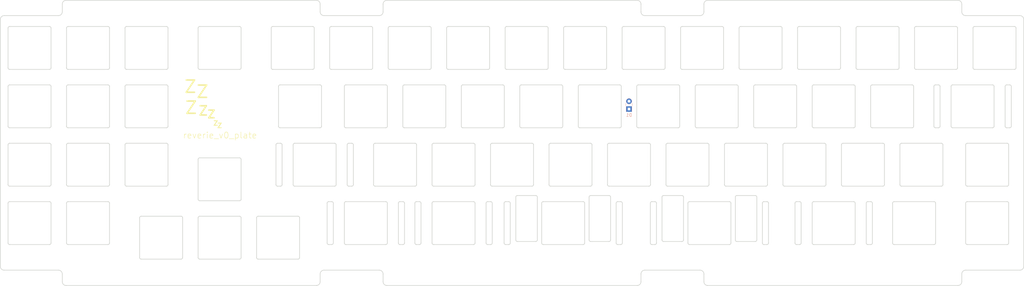
<source format=kicad_pcb>
(kicad_pcb (version 20171130) (host pcbnew "(5.1.4-0-10_14)")

  (general
    (thickness 1.6)
    (drawings 688)
    (tracks 0)
    (zones 0)
    (modules 1)
    (nets 3)
  )

  (page A4)
  (layers
    (0 F.Cu signal)
    (31 B.Cu signal)
    (32 B.Adhes user)
    (33 F.Adhes user)
    (34 B.Paste user)
    (35 F.Paste user)
    (36 B.SilkS user)
    (37 F.SilkS user)
    (38 B.Mask user)
    (39 F.Mask user)
    (40 Dwgs.User user)
    (41 Cmts.User user)
    (42 Eco1.User user)
    (43 Eco2.User user)
    (44 Edge.Cuts user)
    (45 Margin user)
    (46 B.CrtYd user)
    (47 F.CrtYd user)
    (48 B.Fab user)
    (49 F.Fab user)
  )

  (setup
    (last_trace_width 0.25)
    (trace_clearance 0.2)
    (zone_clearance 0.508)
    (zone_45_only no)
    (trace_min 0.2)
    (via_size 0.8)
    (via_drill 0.4)
    (via_min_size 0.4)
    (via_min_drill 0.3)
    (uvia_size 0.3)
    (uvia_drill 0.1)
    (uvias_allowed no)
    (uvia_min_size 0.2)
    (uvia_min_drill 0.1)
    (edge_width 0.05)
    (segment_width 0.2)
    (pcb_text_width 0.3)
    (pcb_text_size 1.5 1.5)
    (mod_edge_width 0.12)
    (mod_text_size 1 1)
    (mod_text_width 0.15)
    (pad_size 1.524 1.524)
    (pad_drill 0.762)
    (pad_to_mask_clearance 0.051)
    (solder_mask_min_width 0.25)
    (aux_axis_origin 0 0)
    (visible_elements FFFFFF7F)
    (pcbplotparams
      (layerselection 0x010fc_ffffffff)
      (usegerberextensions false)
      (usegerberattributes false)
      (usegerberadvancedattributes false)
      (creategerberjobfile false)
      (excludeedgelayer true)
      (linewidth 0.100000)
      (plotframeref false)
      (viasonmask false)
      (mode 1)
      (useauxorigin false)
      (hpglpennumber 1)
      (hpglpenspeed 20)
      (hpglpendiameter 15.000000)
      (psnegative false)
      (psa4output false)
      (plotreference true)
      (plotvalue true)
      (plotinvisibletext false)
      (padsonsilk false)
      (subtractmaskfromsilk false)
      (outputformat 1)
      (mirror false)
      (drillshape 0)
      (scaleselection 1)
      (outputdirectory "gerber/"))
  )

  (net 0 "")
  (net 1 "Net-(D1-Pad2)")
  (net 2 "Net-(D1-Pad1)")

  (net_class Default "This is the default net class."
    (clearance 0.2)
    (trace_width 0.25)
    (via_dia 0.8)
    (via_drill 0.4)
    (uvia_dia 0.3)
    (uvia_drill 0.1)
    (add_net "Net-(D1-Pad1)")
    (add_net "Net-(D1-Pad2)")
  )

  (module LED_THT:LED_Rectangular_W3.0mm_H2.0mm (layer B.Cu) (tedit 587A3A7B) (tstamp 5EED3929)
    (at 187.325 69.7865 90)
    (descr "LED_Rectangular, Rectangular,  Rectangular size 3.0x2.0mm^2, 2 pins, http://www.kingbright.com/attachments/file/psearch/000/00/00/L-169XCGDK(Ver.9B).pdf")
    (tags "LED_Rectangular Rectangular  Rectangular size 3.0x2.0mm^2 2 pins")
    (path /5EECDEA9)
    (fp_text reference D1 (at -1.9685 0 180) (layer B.SilkS)
      (effects (font (size 1 1) (thickness 0.15)) (justify mirror))
    )
    (fp_text value LED (at 4.445 0.0635 180) (layer B.Fab)
      (effects (font (size 1 1) (thickness 0.15)) (justify mirror))
    )
    (fp_line (start 3.7 1.35) (end -1.15 1.35) (layer B.CrtYd) (width 0.05))
    (fp_line (start 3.7 -1.35) (end 3.7 1.35) (layer B.CrtYd) (width 0.05))
    (fp_line (start -1.15 -1.35) (end 3.7 -1.35) (layer B.CrtYd) (width 0.05))
    (fp_line (start -1.15 1.35) (end -1.15 -1.35) (layer B.CrtYd) (width 0.05))
    (fp_line (start 1.08 -1.06) (end 1.811 -1.06) (layer B.SilkS) (width 0.12))
    (fp_line (start 1.08 1.06) (end 1.811 1.06) (layer B.SilkS) (width 0.12))
    (fp_line (start 2.77 1) (end -0.23 1) (layer B.Fab) (width 0.1))
    (fp_line (start 2.77 -1) (end 2.77 1) (layer B.Fab) (width 0.1))
    (fp_line (start -0.23 -1) (end 2.77 -1) (layer B.Fab) (width 0.1))
    (fp_line (start -0.23 1) (end -0.23 -1) (layer B.Fab) (width 0.1))
    (pad 2 thru_hole circle (at 2.54 0 90) (size 1.8 1.8) (drill 0.9) (layers *.Cu *.Mask)
      (net 1 "Net-(D1-Pad2)"))
    (pad 1 thru_hole rect (at 0 0 90) (size 1.8 1.8) (drill 0.9) (layers *.Cu *.Mask)
      (net 2 "Net-(D1-Pad1)"))
    (model ${KISYS3DMOD}/LED_THT.3dshapes/LED_Rectangular_W3.0mm_H2.0mm.wrl
      (at (xyz 0 0 0))
      (scale (xyz 1 1 1))
      (rotate (xyz 0 0 0))
    )
  )

  (gr_text Z (at 53.975 75.184) (layer F.SilkS) (tstamp 5EEAB9AB)
    (effects (font (size 1.5 1.5) (thickness 0.3)))
  )
  (gr_text Z (at 51.308 71.501) (layer F.SilkS) (tstamp 5EEAB954)
    (effects (font (size 2.5 2.5) (thickness 0.5)))
  )
  (gr_text Z (at 48.641 70.358) (layer F.SilkS) (tstamp 5EEAB91B)
    (effects (font (size 3 3) (thickness 0.5)))
  )
  (gr_text Z (at 44.704 69.342) (layer F.SilkS) (tstamp 5EEAB90A)
    (effects (font (size 4 4) (thickness 0.5)))
  )
  (gr_text Z (at 48.387 64.135) (layer F.SilkS) (tstamp 5EEAB8F9)
    (effects (font (size 4 4) (thickness 0.5)))
  )
  (gr_text Z (at 44.45 62.484) (layer F.SilkS)
    (effects (font (size 4 4) (thickness 0.5)))
  )
  (gr_text Z (at 52.705 74.422) (layer F.SilkS)
    (effects (font (size 1.5 1.5) (thickness 0.3)))
  )
  (gr_text reverie_v0_plate (at 54.102 78.359) (layer F.SilkS)
    (effects (font (size 2 2) (thickness 0.15)))
  )
  (gr_arc (start 73.66475 75.399795) (end 73.16475 75.399796) (angle -90) (layer Edge.Cuts) (width 0.2))
  (gr_line (start 86.66475 75.899796) (end 73.66475 75.899796) (layer Edge.Cuts) (width 0.2))
  (gr_arc (start 86.66475 75.399795) (end 86.66475 75.899796) (angle -90) (layer Edge.Cuts) (width 0.2))
  (gr_line (start 87.16475 62.399796) (end 87.16475 75.399796) (layer Edge.Cuts) (width 0.2))
  (gr_arc (start 86.66475 62.399796) (end 87.16475 62.399796) (angle -90) (layer Edge.Cuts) (width 0.2))
  (gr_line (start 73.66475 61.899796) (end 86.66475 61.899796) (layer Edge.Cuts) (width 0.2))
  (gr_arc (start 73.66475 62.399795) (end 73.66475 61.899796) (angle -90) (layer Edge.Cuts) (width 0.2))
  (gr_line (start 104.121 94.449796) (end 104.121 81.449796) (layer Edge.Cuts) (width 0.2))
  (gr_arc (start 104.621 94.449795) (end 104.121 94.449796) (angle -90) (layer Edge.Cuts) (width 0.2))
  (gr_line (start 117.621 94.949796) (end 104.621 94.949796) (layer Edge.Cuts) (width 0.2))
  (gr_arc (start 117.621 94.449796) (end 117.621 94.949796) (angle -90) (layer Edge.Cuts) (width 0.2))
  (gr_line (start 118.121 81.449796) (end 118.121 94.449796) (layer Edge.Cuts) (width 0.2))
  (gr_arc (start 117.621 81.449796) (end 118.121 81.449796) (angle -90) (layer Edge.Cuts) (width 0.2))
  (gr_line (start 104.621 80.949796) (end 117.621 80.949796) (layer Edge.Cuts) (width 0.2))
  (gr_arc (start 104.621 81.449796) (end 104.621 80.949796) (angle -90) (layer Edge.Cuts) (width 0.2))
  (gr_line (start -17.466498 121.111) (end -17.466498 40.552958) (layer Edge.Cuts) (width 0.2))
  (gr_arc (start -16.216498 121.111) (end -17.466498 121.111) (angle -90) (layer Edge.Cuts) (width 0.2))
  (gr_line (start 1.471 122.361) (end -16.216498 122.361) (layer Edge.Cuts) (width 0.2))
  (gr_arc (start 1.471 123.611) (end 2.721 123.611) (angle -90) (layer Edge.Cuts) (width 0.2))
  (gr_line (start 2.721 126.111) (end 2.721 123.611) (layer Edge.Cuts) (width 0.2))
  (gr_line (start 87.971 39.302958) (end 105.971 39.302958) (layer Edge.Cuts) (width 0.2))
  (gr_arc (start 87.971 38.052958) (end 86.721 38.052958) (angle -90) (layer Edge.Cuts) (width 0.2))
  (gr_arc (start 210.471 38.052958) (end 210.471 39.302958) (angle -90) (layer Edge.Cuts) (width 0.2))
  (gr_line (start 211.721 38.052958) (end 211.721001 35.552958) (layer Edge.Cuts) (width 0.2))
  (gr_arc (start -14.441498 113.499796) (end -14.941499 113.499796) (angle -90) (layer Edge.Cuts) (width 0.2))
  (gr_line (start -1.4415 113.999796) (end -14.441498 113.999796) (layer Edge.Cuts) (width 0.2))
  (gr_arc (start -1.4415 113.499796) (end -1.4415 113.999796) (angle -90) (layer Edge.Cuts) (width 0.2))
  (gr_line (start -0.9415 100.499796) (end -0.9415 113.499796) (layer Edge.Cuts) (width 0.2))
  (gr_arc (start -1.4415 100.499796) (end -0.9415 100.499796) (angle -90) (layer Edge.Cuts) (width 0.2))
  (gr_line (start 73.16475 75.399796) (end 73.16475 62.399796) (layer Edge.Cuts) (width 0.2))
  (gr_line (start 192.471 39.302958) (end 210.471 39.302958) (layer Edge.Cuts) (width 0.2))
  (gr_line (start -14.441498 99.999796) (end -1.4415 99.999796) (layer Edge.Cuts) (width 0.2))
  (gr_arc (start -14.441498 100.499796) (end -14.441498 99.999796) (angle -90) (layer Edge.Cuts) (width 0.2))
  (gr_line (start -14.941499 113.499796) (end -14.941498 100.499796) (layer Edge.Cuts) (width 0.2))
  (gr_arc (start 241.446 62.399796) (end 241.946 62.399796) (angle -90) (layer Edge.Cuts) (width 0.2))
  (gr_line (start 228.446 61.899796) (end 241.446 61.899796) (layer Edge.Cuts) (width 0.2))
  (gr_arc (start 228.446 62.399796) (end 228.446 61.899796) (angle -90) (layer Edge.Cuts) (width 0.2))
  (gr_line (start 294.471001 127.361) (end 212.971001 127.361) (layer Edge.Cuts) (width 0.2))
  (gr_arc (start 294.471001 126.111) (end 294.471001 127.361) (angle -90) (layer Edge.Cuts) (width 0.2))
  (gr_line (start 314.6585 122.361) (end 296.971001 122.361) (layer Edge.Cuts) (width 0.2))
  (gr_line (start 107.221 126.111) (end 107.221 123.611) (layer Edge.Cuts) (width 0.2))
  (gr_arc (start 108.471 126.111) (end 107.221 126.111) (angle -90) (layer Edge.Cuts) (width 0.2))
  (gr_line (start 3.971 34.302958) (end 85.471 34.302958) (layer Edge.Cuts) (width 0.2))
  (gr_arc (start 192.471 38.052958) (end 191.221 38.052958) (angle -90) (layer Edge.Cuts) (width 0.2))
  (gr_line (start 296.971001 39.302958) (end 314.6585 39.302958) (layer Edge.Cuts) (width 0.2))
  (gr_arc (start 296.971001 38.052958) (end 295.721001 38.052958) (angle -90) (layer Edge.Cuts) (width 0.2))
  (gr_arc (start 212.971001 35.552958) (end 212.971 34.302958) (angle -90) (layer Edge.Cuts) (width 0.2))
  (gr_line (start 86.721 35.552958) (end 86.721 38.052958) (layer Edge.Cuts) (width 0.2))
  (gr_line (start 2.721 38.052958) (end 2.721 35.552958) (layer Edge.Cuts) (width 0.2))
  (gr_line (start 191.221 35.552958) (end 191.221 38.052958) (layer Edge.Cuts) (width 0.2))
  (gr_arc (start 294.471001 35.552958) (end 295.721001 35.552958) (angle -90) (layer Edge.Cuts) (width 0.2))
  (gr_line (start -16.216498 39.302958) (end 1.471 39.302958) (layer Edge.Cuts) (width 0.2))
  (gr_line (start 315.9085 40.552958) (end 315.9085 121.111) (layer Edge.Cuts) (width 0.2))
  (gr_line (start 295.721001 123.611) (end 295.721001 126.111) (layer Edge.Cuts) (width 0.2))
  (gr_arc (start 296.971001 123.611) (end 296.971001 122.361) (angle -90) (layer Edge.Cuts) (width 0.2))
  (gr_line (start 210.471 122.361) (end 192.471 122.361) (layer Edge.Cuts) (width 0.2))
  (gr_arc (start 210.471 123.611) (end 211.721 123.611) (angle -90) (layer Edge.Cuts) (width 0.2))
  (gr_arc (start 85.471 35.552958) (end 86.721 35.552958) (angle -90) (layer Edge.Cuts) (width 0.2))
  (gr_line (start 212.971 34.302958) (end 294.471001 34.302958) (layer Edge.Cuts) (width 0.2))
  (gr_arc (start 189.971 35.552958) (end 191.221 35.552958) (angle -90) (layer Edge.Cuts) (width 0.2))
  (gr_arc (start 314.6585 40.552958) (end 315.9085 40.552958) (angle -90) (layer Edge.Cuts) (width 0.2))
  (gr_arc (start 1.471 38.052958) (end 1.471 39.302958) (angle -90) (layer Edge.Cuts) (width 0.2))
  (gr_line (start 211.721 126.111) (end 211.721 123.611) (layer Edge.Cuts) (width 0.2))
  (gr_arc (start 212.971 126.111) (end 211.721 126.111) (angle -90) (layer Edge.Cuts) (width 0.2))
  (gr_line (start 297.50225 99.999796) (end 310.50225 99.999796) (layer Edge.Cuts) (width 0.2))
  (gr_arc (start 297.50225 100.499796) (end 297.50225 99.999796) (angle -90) (layer Edge.Cuts) (width 0.2))
  (gr_line (start 297.00225 113.499796) (end 297.00225 100.499796) (layer Edge.Cuts) (width 0.2))
  (gr_arc (start 297.50225 113.499796) (end 297.00225 113.499796) (angle -90) (layer Edge.Cuts) (width 0.2))
  (gr_line (start 310.50225 113.999796) (end 297.50225 113.999796) (layer Edge.Cuts) (width 0.2))
  (gr_arc (start 310.50225 113.499796) (end 310.50225 113.999796) (angle -90) (layer Edge.Cuts) (width 0.2))
  (gr_line (start 311.00225 100.499796) (end 311.00225 113.499796) (layer Edge.Cuts) (width 0.2))
  (gr_arc (start 310.50225 100.499796) (end 311.00225 100.499796) (angle -90) (layer Edge.Cuts) (width 0.2))
  (gr_line (start 118.071 99.999796) (end 119.071 99.999796) (layer Edge.Cuts) (width 0.2))
  (gr_line (start 223.6835 42.849796) (end 236.6835 42.849796) (layer Edge.Cuts) (width 0.2))
  (gr_arc (start 223.683501 43.349796) (end 223.6835 42.849796) (angle -90) (layer Edge.Cuts) (width 0.2))
  (gr_arc (start 23.6585 81.449796) (end 23.6585 80.949796) (angle -90) (layer Edge.Cuts) (width 0.2))
  (gr_arc (start 3.971 35.552958) (end 3.971 34.302958) (angle -90) (layer Edge.Cuts) (width 0.2))
  (gr_arc (start 118.071 100.499796) (end 118.071 99.999796) (angle -90) (layer Edge.Cuts) (width 0.2))
  (gr_line (start 117.571 113.499796) (end 117.571 100.499796) (layer Edge.Cuts) (width 0.2))
  (gr_arc (start 118.071 113.499795) (end 117.571 113.499796) (angle -90) (layer Edge.Cuts) (width 0.2))
  (gr_line (start 119.071 113.999796) (end 118.071 113.999796) (layer Edge.Cuts) (width 0.2))
  (gr_arc (start 119.071 113.499795) (end 119.071 113.999796) (angle -90) (layer Edge.Cuts) (width 0.2))
  (gr_line (start 119.571 100.499796) (end 119.571 113.499796) (layer Edge.Cuts) (width 0.2))
  (gr_arc (start 119.071 100.499796) (end 119.571 100.499796) (angle -90) (layer Edge.Cuts) (width 0.2))
  (gr_line (start 195.76475 113.999796) (end 194.76475 113.999796) (layer Edge.Cuts) (width 0.2))
  (gr_arc (start 195.76475 113.499795) (end 195.76475 113.999796) (angle -90) (layer Edge.Cuts) (width 0.2))
  (gr_line (start 196.26475 100.499796) (end 196.26475 113.499796) (layer Edge.Cuts) (width 0.2))
  (gr_arc (start 195.76475 100.499796) (end 196.26475 100.499796) (angle -90) (layer Edge.Cuts) (width 0.2))
  (gr_line (start 194.76475 99.999796) (end 195.76475 99.999796) (layer Edge.Cuts) (width 0.2))
  (gr_arc (start 194.76475 100.499796) (end 194.76475 99.999796) (angle -90) (layer Edge.Cuts) (width 0.2))
  (gr_line (start 194.26475 113.499796) (end 194.26475 100.499796) (layer Edge.Cuts) (width 0.2))
  (gr_arc (start 194.76475 113.499796) (end 194.26475 113.499796) (angle -90) (layer Edge.Cuts) (width 0.2))
  (gr_line (start 223.1835 56.349796) (end 223.1835 43.349796) (layer Edge.Cuts) (width 0.2))
  (gr_arc (start 223.6835 56.349796) (end 223.1835 56.349796) (angle -90) (layer Edge.Cuts) (width 0.2))
  (gr_line (start 236.6835 56.849796) (end 223.6835 56.849796) (layer Edge.Cuts) (width 0.2))
  (gr_arc (start 236.6835 56.349796) (end 236.6835 56.849796) (angle -90) (layer Edge.Cuts) (width 0.2))
  (gr_line (start 237.1835 43.349796) (end 237.1835 56.349796) (layer Edge.Cuts) (width 0.2))
  (gr_arc (start 236.6835 43.349796) (end 237.1835 43.349796) (angle -90) (layer Edge.Cuts) (width 0.2))
  (gr_arc (start 108.471 35.552958) (end 108.471 34.302958) (angle -90) (layer Edge.Cuts) (width 0.2))
  (gr_line (start 105.971 122.361) (end 87.971 122.361) (layer Edge.Cuts) (width 0.2))
  (gr_arc (start 105.971 123.611) (end 107.221 123.611) (angle -90) (layer Edge.Cuts) (width 0.2))
  (gr_arc (start 314.6585 121.111) (end 314.6585 122.361) (angle -90) (layer Edge.Cuts) (width 0.2))
  (gr_line (start 191.221 123.611) (end 191.221 126.111) (layer Edge.Cuts) (width 0.2))
  (gr_arc (start 192.471 123.611) (end 192.471 122.361) (angle -90) (layer Edge.Cuts) (width 0.2))
  (gr_line (start 86.721 123.611) (end 86.721 126.111) (layer Edge.Cuts) (width 0.2))
  (gr_arc (start 87.971 123.611) (end 87.971 122.361) (angle -90) (layer Edge.Cuts) (width 0.2))
  (gr_line (start 36.6585 80.949796) (end 23.6585 80.949796) (layer Edge.Cuts) (width 0.2))
  (gr_arc (start 36.6585 81.449796) (end 37.1585 81.449796) (angle -90) (layer Edge.Cuts) (width 0.2))
  (gr_line (start 37.1585 94.449796) (end 37.1585 81.449796) (layer Edge.Cuts) (width 0.2))
  (gr_arc (start 36.658501 94.449795) (end 36.6585 94.949795) (angle -90) (layer Edge.Cuts) (width 0.2))
  (gr_line (start 23.6585 94.949795) (end 36.6585 94.949795) (layer Edge.Cuts) (width 0.2))
  (gr_arc (start 23.6585 94.449796) (end 23.1585 94.449795) (angle -90) (layer Edge.Cuts) (width 0.2))
  (gr_line (start 23.1585 81.449796) (end 23.1585 94.449795) (layer Edge.Cuts) (width 0.2))
  (gr_line (start 23.1585 75.399796) (end 23.1585 62.399796) (layer Edge.Cuts) (width 0.2))
  (gr_arc (start 23.6585 75.399796) (end 23.1585 75.399796) (angle -90) (layer Edge.Cuts) (width 0.2))
  (gr_line (start 36.6585 75.899796) (end 23.6585 75.899796) (layer Edge.Cuts) (width 0.2))
  (gr_arc (start 36.658501 75.399796) (end 36.6585 75.899796) (angle -90) (layer Edge.Cuts) (width 0.2))
  (gr_line (start 37.1585 62.399796) (end 37.1585 75.399796) (layer Edge.Cuts) (width 0.2))
  (gr_arc (start 36.6585 62.399796) (end 37.1585 62.399796) (angle -90) (layer Edge.Cuts) (width 0.2))
  (gr_line (start 23.6585 61.899796) (end 36.6585 61.899796) (layer Edge.Cuts) (width 0.2))
  (gr_arc (start 23.6585 62.399796) (end 23.6585 61.899796) (angle -90) (layer Edge.Cuts) (width 0.2))
  (gr_line (start 227.946 75.399796) (end 227.946 62.399796) (layer Edge.Cuts) (width 0.2))
  (gr_arc (start 228.446 75.399796) (end 227.946 75.399796) (angle -90) (layer Edge.Cuts) (width 0.2))
  (gr_line (start 241.446 75.899796) (end 228.446 75.899796) (layer Edge.Cuts) (width 0.2))
  (gr_arc (start 241.446 75.399796) (end 241.446 75.899796) (angle -90) (layer Edge.Cuts) (width 0.2))
  (gr_line (start 241.946 62.399796) (end 241.946 75.399796) (layer Edge.Cuts) (width 0.2))
  (gr_line (start 189.971 127.361) (end 108.471 127.361) (layer Edge.Cuts) (width 0.2))
  (gr_arc (start 189.971001 126.111) (end 189.971 127.361) (angle -90) (layer Edge.Cuts) (width 0.2))
  (gr_line (start 107.221 38.052958) (end 107.221 35.552958) (layer Edge.Cuts) (width 0.2))
  (gr_line (start 108.471 34.302958) (end 189.971 34.302958) (layer Edge.Cuts) (width 0.2))
  (gr_arc (start 105.971 38.052958) (end 105.971 39.302958) (angle -90) (layer Edge.Cuts) (width 0.2))
  (gr_line (start 295.721001 35.552958) (end 295.721001 38.052958) (layer Edge.Cuts) (width 0.2))
  (gr_arc (start -16.216498 40.552958) (end -16.216498 39.302958) (angle -90) (layer Edge.Cuts) (width 0.2))
  (gr_line (start 206.51475 113.499796) (end 206.51475 100.499796) (layer Edge.Cuts) (width 0.2))
  (gr_arc (start 207.01475 113.499796) (end 206.51475 113.499796) (angle -90) (layer Edge.Cuts) (width 0.2))
  (gr_line (start 220.01475 113.999796) (end 207.01475 113.999796) (layer Edge.Cuts) (width 0.2))
  (gr_arc (start 220.01475 113.499795) (end 220.01475 113.999796) (angle -90) (layer Edge.Cuts) (width 0.2))
  (gr_line (start 220.51475 100.499796) (end 220.51475 113.499796) (layer Edge.Cuts) (width 0.2))
  (gr_arc (start 220.01475 100.499796) (end 220.51475 100.499796) (angle -90) (layer Edge.Cuts) (width 0.2))
  (gr_line (start 207.01475 99.999796) (end 220.01475 99.999796) (layer Edge.Cuts) (width 0.2))
  (gr_arc (start 207.01475 100.499796) (end 207.01475 99.999796) (angle -90) (layer Edge.Cuts) (width 0.2))
  (gr_line (start 286.63975 75.399796) (end 286.63975 62.399796) (layer Edge.Cuts) (width 0.2))
  (gr_arc (start 287.13975 75.399796) (end 286.63975 75.399796) (angle -90) (layer Edge.Cuts) (width 0.2))
  (gr_line (start 288.13975 75.899796) (end 287.13975 75.899796) (layer Edge.Cuts) (width 0.2))
  (gr_arc (start 288.13975 75.399796) (end 288.13975 75.899796) (angle -90) (layer Edge.Cuts) (width 0.2))
  (gr_line (start 288.63975 62.399796) (end 288.63975 75.399796) (layer Edge.Cuts) (width 0.2))
  (gr_arc (start 288.13975 62.399796) (end 288.63975 62.399796) (angle -90) (layer Edge.Cuts) (width 0.2))
  (gr_line (start 287.13975 61.899796) (end 288.13975 61.899796) (layer Edge.Cuts) (width 0.2))
  (gr_arc (start 287.13975 62.399796) (end 287.13975 61.899796) (angle -90) (layer Edge.Cuts) (width 0.2))
  (gr_line (start 66.021 118.262296) (end 66.021 105.262296) (layer Edge.Cuts) (width 0.2))
  (gr_arc (start 66.521 118.262295) (end 66.021 118.262296) (angle -90) (layer Edge.Cuts) (width 0.2))
  (gr_line (start 79.521 118.762296) (end 66.521 118.762296) (layer Edge.Cuts) (width 0.2))
  (gr_arc (start 79.521 118.262295) (end 79.521 118.762296) (angle -90) (layer Edge.Cuts) (width 0.2))
  (gr_line (start 80.021 105.262296) (end 80.021 118.262296) (layer Edge.Cuts) (width 0.2))
  (gr_arc (start 79.521 105.262296) (end 80.021 105.262296) (angle -90) (layer Edge.Cuts) (width 0.2))
  (gr_line (start 66.521 104.762296) (end 79.521 104.762296) (layer Edge.Cuts) (width 0.2))
  (gr_arc (start 66.521 105.262295) (end 66.521 104.762296) (angle -90) (layer Edge.Cuts) (width 0.2))
  (gr_line (start 280.3335 56.349796) (end 280.3335 43.349796) (layer Edge.Cuts) (width 0.2))
  (gr_arc (start 280.8335 56.349796) (end 280.3335 56.349796) (angle -90) (layer Edge.Cuts) (width 0.2))
  (gr_line (start 293.8335 56.849796) (end 280.8335 56.849796) (layer Edge.Cuts) (width 0.2))
  (gr_arc (start 293.8335 56.349796) (end 293.8335 56.849796) (angle -90) (layer Edge.Cuts) (width 0.2))
  (gr_line (start 294.3335 43.349796) (end 294.3335 56.349796) (layer Edge.Cuts) (width 0.2))
  (gr_arc (start 293.8335 43.349796) (end 294.3335 43.349796) (angle -90) (layer Edge.Cuts) (width 0.2))
  (gr_line (start 280.8335 42.849796) (end 293.8335 42.849796) (layer Edge.Cuts) (width 0.2))
  (gr_arc (start 280.8335 43.349796) (end 280.8335 42.849796) (angle -90) (layer Edge.Cuts) (width 0.2))
  (gr_arc (start 141.271 100.499796) (end 141.271 99.999796) (angle -90) (layer Edge.Cuts) (width 0.2))
  (gr_line (start 142.271 99.999796) (end 141.271 99.999796) (layer Edge.Cuts) (width 0.2))
  (gr_arc (start 142.271 100.499796) (end 142.771001 100.499796) (angle -90) (layer Edge.Cuts) (width 0.2))
  (gr_line (start 142.771 113.499796) (end 142.771001 100.499796) (layer Edge.Cuts) (width 0.2))
  (gr_arc (start 142.271 113.499795) (end 142.271 113.999796) (angle -90) (layer Edge.Cuts) (width 0.2))
  (gr_line (start 141.271 113.999796) (end 142.271 113.999796) (layer Edge.Cuts) (width 0.2))
  (gr_arc (start 141.271001 113.499795) (end 140.771 113.499796) (angle -90) (layer Edge.Cuts) (width 0.2))
  (gr_line (start 140.771 100.499796) (end 140.771 113.499796) (layer Edge.Cuts) (width 0.2))
  (gr_line (start 297.00225 94.449796) (end 297.00225 81.449796) (layer Edge.Cuts) (width 0.2))
  (gr_arc (start 297.50225 94.449796) (end 297.00225 94.449796) (angle -90) (layer Edge.Cuts) (width 0.2))
  (gr_line (start 310.50225 94.949796) (end 297.50225 94.949796) (layer Edge.Cuts) (width 0.2))
  (gr_arc (start 310.50225 94.449796) (end 310.50225 94.949796) (angle -90) (layer Edge.Cuts) (width 0.2))
  (gr_line (start 311.00225 81.449796) (end 311.00225 94.449796) (layer Edge.Cuts) (width 0.2))
  (gr_arc (start 310.50225 81.449796) (end 311.00225 81.449796) (angle -90) (layer Edge.Cuts) (width 0.2))
  (gr_line (start 297.50225 80.949796) (end 310.50225 80.949795) (layer Edge.Cuts) (width 0.2))
  (gr_arc (start 297.50225 81.449796) (end 297.50225 80.949796) (angle -90) (layer Edge.Cuts) (width 0.2))
  (gr_line (start -14.941499 75.399795) (end -14.941498 62.399796) (layer Edge.Cuts) (width 0.2))
  (gr_arc (start -14.441498 75.399795) (end -14.941499 75.399795) (angle -90) (layer Edge.Cuts) (width 0.2))
  (gr_line (start -1.4415 75.899796) (end -14.441498 75.899796) (layer Edge.Cuts) (width 0.2))
  (gr_arc (start -1.4415 75.399796) (end -1.4415 75.899796) (angle -90) (layer Edge.Cuts) (width 0.2))
  (gr_line (start -0.9415 62.399796) (end -0.9415 75.399796) (layer Edge.Cuts) (width 0.2))
  (gr_arc (start -1.4415 62.399796) (end -0.9415 62.399796) (angle -90) (layer Edge.Cuts) (width 0.2))
  (gr_line (start -14.441498 61.899796) (end -1.4415 61.899796) (layer Edge.Cuts) (width 0.2))
  (gr_arc (start -14.441498 62.399796) (end -14.441498 61.899796) (angle -90) (layer Edge.Cuts) (width 0.2))
  (gr_line (start 142.721 80.949796) (end 155.721 80.949796) (layer Edge.Cuts) (width 0.2))
  (gr_arc (start 142.721001 81.449796) (end 142.721 80.949796) (angle -90) (layer Edge.Cuts) (width 0.2))
  (gr_line (start 142.221 94.449796) (end 142.221 81.449796) (layer Edge.Cuts) (width 0.2))
  (gr_arc (start 142.721001 94.449796) (end 142.221 94.449796) (angle -90) (layer Edge.Cuts) (width 0.2))
  (gr_line (start 155.721 94.949796) (end 142.721 94.949796) (layer Edge.Cuts) (width 0.2))
  (gr_arc (start 155.721 94.449796) (end 155.721 94.949796) (angle -90) (layer Edge.Cuts) (width 0.2))
  (gr_line (start 156.221 81.449796) (end 156.221 94.449796) (layer Edge.Cuts) (width 0.2))
  (gr_arc (start 155.721001 81.449796) (end 156.221 81.449796) (angle -90) (layer Edge.Cuts) (width 0.2))
  (gr_arc (start 228.45275 112.499796) (end 228.45275 112.999796) (angle -90) (layer Edge.Cuts) (width 0.2))
  (gr_line (start 222.45275 112.999796) (end 228.45275 112.999796) (layer Edge.Cuts) (width 0.2))
  (gr_arc (start 222.45275 112.499796) (end 221.95275 112.499796) (angle -90) (layer Edge.Cuts) (width 0.2))
  (gr_line (start 221.95275 98.499796) (end 221.95275 112.499796) (layer Edge.Cuts) (width 0.2))
  (gr_arc (start 222.45275 98.499796) (end 222.45275 97.999796) (angle -90) (layer Edge.Cuts) (width 0.2))
  (gr_line (start 228.45275 97.999796) (end 222.45275 97.999796) (layer Edge.Cuts) (width 0.2))
  (gr_arc (start 228.45275 98.499796) (end 228.95275 98.499796) (angle -90) (layer Edge.Cuts) (width 0.2))
  (gr_line (start 228.95275 112.499796) (end 228.95275 98.499796) (layer Edge.Cuts) (width 0.2))
  (gr_line (start 180.321 94.449796) (end 180.321 81.449796) (layer Edge.Cuts) (width 0.2))
  (gr_arc (start 180.821 94.449796) (end 180.321 94.449796) (angle -90) (layer Edge.Cuts) (width 0.2))
  (gr_line (start 193.821 94.949796) (end 180.821 94.949796) (layer Edge.Cuts) (width 0.2))
  (gr_arc (start 193.821 94.449796) (end 193.821 94.949796) (angle -90) (layer Edge.Cuts) (width 0.2))
  (gr_line (start 194.321 81.449796) (end 194.321 94.449796) (layer Edge.Cuts) (width 0.2))
  (gr_arc (start 193.821 81.449796) (end 194.321 81.449796) (angle -90) (layer Edge.Cuts) (width 0.2))
  (gr_line (start 180.821 80.949796) (end 193.821 80.949796) (layer Edge.Cuts) (width 0.2))
  (gr_arc (start 180.821 81.449796) (end 180.821 80.949796) (angle -90) (layer Edge.Cuts) (width 0.2))
  (gr_line (start 208.896 75.399796) (end 208.896 62.399796) (layer Edge.Cuts) (width 0.2))
  (gr_arc (start 209.396 75.399796) (end 208.896 75.399796) (angle -90) (layer Edge.Cuts) (width 0.2))
  (gr_line (start 222.396 75.899796) (end 209.396 75.899796) (layer Edge.Cuts) (width 0.2))
  (gr_arc (start 222.396 75.399796) (end 222.396 75.899796) (angle -90) (layer Edge.Cuts) (width 0.2))
  (gr_line (start 222.896 62.399796) (end 222.896 75.399796) (layer Edge.Cuts) (width 0.2))
  (gr_arc (start 222.396 62.399796) (end 222.896 62.399796) (angle -90) (layer Edge.Cuts) (width 0.2))
  (gr_line (start 209.396 61.899796) (end 222.396 61.899796) (layer Edge.Cuts) (width 0.2))
  (gr_arc (start 209.396 62.399796) (end 209.396 61.899796) (angle -90) (layer Edge.Cuts) (width 0.2))
  (gr_line (start 185.13975 100.499796) (end 185.13975 113.499796) (layer Edge.Cuts) (width 0.2))
  (gr_arc (start 184.63975 100.499796) (end 185.13975 100.499796) (angle -90) (layer Edge.Cuts) (width 0.2))
  (gr_line (start 183.63975 99.999796) (end 184.63975 99.999796) (layer Edge.Cuts) (width 0.2))
  (gr_arc (start 183.63975 100.499796) (end 183.63975 99.999796) (angle -90) (layer Edge.Cuts) (width 0.2))
  (gr_line (start 183.13975 113.499796) (end 183.13975 100.499796) (layer Edge.Cuts) (width 0.2))
  (gr_arc (start 183.63975 113.499796) (end 183.13975 113.499796) (angle -90) (layer Edge.Cuts) (width 0.2))
  (gr_line (start 184.63975 113.999796) (end 183.63975 113.999795) (layer Edge.Cuts) (width 0.2))
  (gr_arc (start 184.63975 113.499795) (end 184.63975 113.999796) (angle -90) (layer Edge.Cuts) (width 0.2))
  (gr_line (start 108.8835 56.349796) (end 108.8835 43.349796) (layer Edge.Cuts) (width 0.2))
  (gr_arc (start 109.383501 56.349795) (end 108.8835 56.349796) (angle -90) (layer Edge.Cuts) (width 0.2))
  (gr_line (start 122.3835 56.849796) (end 109.3835 56.849796) (layer Edge.Cuts) (width 0.2))
  (gr_arc (start 122.3835 56.349795) (end 122.3835 56.849796) (angle -90) (layer Edge.Cuts) (width 0.2))
  (gr_line (start 122.8835 43.349796) (end 122.8835 56.349796) (layer Edge.Cuts) (width 0.2))
  (gr_arc (start 122.3835 43.349796) (end 122.8835 43.349796) (angle -90) (layer Edge.Cuts) (width 0.2))
  (gr_line (start 109.3835 42.849796) (end 122.3835 42.849796) (layer Edge.Cuts) (width 0.2))
  (gr_arc (start 109.3835 43.349796) (end 109.3835 42.849796) (angle -90) (layer Edge.Cuts) (width 0.2))
  (gr_line (start 218.421 94.449796) (end 218.421 81.449796) (layer Edge.Cuts) (width 0.2))
  (gr_arc (start 218.921 94.449796) (end 218.421 94.449796) (angle -90) (layer Edge.Cuts) (width 0.2))
  (gr_line (start 231.921 94.949796) (end 218.921 94.949796) (layer Edge.Cuts) (width 0.2))
  (gr_arc (start 231.921 94.449796) (end 231.921 94.949796) (angle -90) (layer Edge.Cuts) (width 0.2))
  (gr_line (start 232.421 81.449796) (end 232.421 94.449796) (layer Edge.Cuts) (width 0.2))
  (gr_arc (start 231.921 81.449795) (end 232.421 81.449796) (angle -90) (layer Edge.Cuts) (width 0.2))
  (gr_line (start 218.921 80.949796) (end 231.921 80.949795) (layer Edge.Cuts) (width 0.2))
  (gr_arc (start 218.921 81.449796) (end 218.921 80.949796) (angle -90) (layer Edge.Cuts) (width 0.2))
  (gr_line (start 127.933501 56.349796) (end 127.933501 43.349796) (layer Edge.Cuts) (width 0.2))
  (gr_arc (start 128.433501 56.349795) (end 127.933501 56.349796) (angle -90) (layer Edge.Cuts) (width 0.2))
  (gr_line (start 141.4335 56.849796) (end 128.433501 56.849796) (layer Edge.Cuts) (width 0.2))
  (gr_arc (start 141.4335 56.349795) (end 141.4335 56.849796) (angle -90) (layer Edge.Cuts) (width 0.2))
  (gr_line (start 141.9335 43.349796) (end 141.9335 56.349796) (layer Edge.Cuts) (width 0.2))
  (gr_arc (start 141.4335 43.349796) (end 141.9335 43.349796) (angle -90) (layer Edge.Cuts) (width 0.2))
  (gr_line (start 128.433501 42.849796) (end 141.4335 42.849796) (layer Edge.Cuts) (width 0.2))
  (gr_arc (start 128.433501 43.349796) (end 128.433501 42.849796) (angle -90) (layer Edge.Cuts) (width 0.2))
  (gr_line (start 237.471 94.449796) (end 237.471 81.449796) (layer Edge.Cuts) (width 0.2))
  (gr_arc (start 237.971 94.449796) (end 237.471 94.449796) (angle -90) (layer Edge.Cuts) (width 0.2))
  (gr_line (start 250.971 94.949796) (end 237.971 94.949796) (layer Edge.Cuts) (width 0.2))
  (gr_arc (start 250.971 94.449796) (end 250.971 94.949796) (angle -90) (layer Edge.Cuts) (width 0.2))
  (gr_line (start 251.471 81.449796) (end 251.471 94.449796) (layer Edge.Cuts) (width 0.2))
  (gr_arc (start 250.971 81.449796) (end 251.471 81.449796) (angle -90) (layer Edge.Cuts) (width 0.2))
  (gr_line (start 237.971 80.949796) (end 250.971 80.949795) (layer Edge.Cuts) (width 0.2))
  (gr_arc (start 237.971 81.449796) (end 237.971 80.949796) (angle -90) (layer Edge.Cuts) (width 0.2))
  (gr_line (start 113.646 75.399796) (end 113.646001 62.399796) (layer Edge.Cuts) (width 0.2))
  (gr_arc (start 114.146001 75.399795) (end 113.646 75.399796) (angle -90) (layer Edge.Cuts) (width 0.2))
  (gr_line (start 127.146 75.899796) (end 114.146 75.899796) (layer Edge.Cuts) (width 0.2))
  (gr_arc (start 127.146 75.399795) (end 127.146 75.899796) (angle -90) (layer Edge.Cuts) (width 0.2))
  (gr_line (start 127.646001 62.399796) (end 127.646 75.399796) (layer Edge.Cuts) (width 0.2))
  (gr_arc (start 127.146 62.399796) (end 127.646001 62.399796) (angle -90) (layer Edge.Cuts) (width 0.2))
  (gr_line (start 114.146 61.899796) (end 127.146 61.899795) (layer Edge.Cuts) (width 0.2))
  (gr_arc (start 114.146 62.399795) (end 114.146 61.899796) (angle -90) (layer Edge.Cuts) (width 0.2))
  (gr_line (start 46.971 99.212296) (end 46.971 86.212295) (layer Edge.Cuts) (width 0.2))
  (gr_arc (start 47.471 99.212296) (end 46.971 99.212296) (angle -90) (layer Edge.Cuts) (width 0.2))
  (gr_line (start 60.471 99.712296) (end 47.471 99.712295) (layer Edge.Cuts) (width 0.2))
  (gr_arc (start 60.471 99.212295) (end 60.471 99.712296) (angle -90) (layer Edge.Cuts) (width 0.2))
  (gr_line (start 60.971 86.212296) (end 60.971 99.212295) (layer Edge.Cuts) (width 0.2))
  (gr_arc (start 60.471 86.212296) (end 60.971 86.212296) (angle -90) (layer Edge.Cuts) (width 0.2))
  (gr_line (start 47.471 85.712296) (end 60.471 85.712295) (layer Edge.Cuts) (width 0.2))
  (gr_arc (start 47.471 86.212295) (end 47.471 85.712296) (angle -90) (layer Edge.Cuts) (width 0.2))
  (gr_line (start 309.83975 75.399796) (end 309.83975 62.399796) (layer Edge.Cuts) (width 0.2))
  (gr_arc (start 310.33975 75.399796) (end 309.83975 75.399796) (angle -90) (layer Edge.Cuts) (width 0.2))
  (gr_line (start 311.33975 75.899796) (end 310.33975 75.899796) (layer Edge.Cuts) (width 0.2))
  (gr_arc (start 311.33975 75.399796) (end 311.33975 75.899796) (angle -90) (layer Edge.Cuts) (width 0.2))
  (gr_line (start 311.83975 62.399796) (end 311.83975 75.399796) (layer Edge.Cuts) (width 0.2))
  (gr_arc (start 311.33975 62.399796) (end 311.83975 62.399796) (angle -90) (layer Edge.Cuts) (width 0.2))
  (gr_line (start 310.33975 61.899796) (end 311.33975 61.899796) (layer Edge.Cuts) (width 0.2))
  (gr_arc (start 310.33975 62.399796) (end 310.33975 61.899796) (angle -90) (layer Edge.Cuts) (width 0.2))
  (gr_line (start 23.1585 56.349795) (end 23.1585 43.349796) (layer Edge.Cuts) (width 0.2))
  (gr_arc (start 23.6585 56.349795) (end 23.1585 56.349795) (angle -90) (layer Edge.Cuts) (width 0.2))
  (gr_line (start 36.6585 56.849796) (end 23.6585 56.849796) (layer Edge.Cuts) (width 0.2))
  (gr_arc (start 36.6585 56.349795) (end 36.6585 56.849796) (angle -90) (layer Edge.Cuts) (width 0.2))
  (gr_line (start 37.1585 43.349796) (end 37.158501 56.349795) (layer Edge.Cuts) (width 0.2))
  (gr_arc (start 36.658501 43.349795) (end 37.1585 43.349796) (angle -90) (layer Edge.Cuts) (width 0.2))
  (gr_line (start 23.6585 42.849796) (end 36.6585 42.849796) (layer Edge.Cuts) (width 0.2))
  (gr_arc (start 23.6585 43.349796) (end 23.6585 42.849796) (angle -90) (layer Edge.Cuts) (width 0.2))
  (gr_line (start 275.571 94.449796) (end 275.571 81.449796) (layer Edge.Cuts) (width 0.2))
  (gr_arc (start 276.071 94.449796) (end 275.571 94.449796) (angle -90) (layer Edge.Cuts) (width 0.2))
  (gr_line (start 289.071 94.949796) (end 276.071 94.949796) (layer Edge.Cuts) (width 0.2))
  (gr_arc (start 289.071 94.449796) (end 289.071 94.949796) (angle -90) (layer Edge.Cuts) (width 0.2))
  (gr_line (start 289.571 81.449796) (end 289.571 94.449796) (layer Edge.Cuts) (width 0.2))
  (gr_arc (start 289.071 81.449796) (end 289.571 81.449796) (angle -90) (layer Edge.Cuts) (width 0.2))
  (gr_line (start 276.071 80.949796) (end 289.071 80.949796) (layer Edge.Cuts) (width 0.2))
  (gr_arc (start 276.071 81.449796) (end 276.071 80.949796) (angle -90) (layer Edge.Cuts) (width 0.2))
  (gr_line (start 157.45175 98.499796) (end 157.45175 112.499796) (layer Edge.Cuts) (width 0.2))
  (gr_arc (start 156.951751 98.499796) (end 157.45175 98.499796) (angle -90) (layer Edge.Cuts) (width 0.2))
  (gr_line (start 150.95175 97.999796) (end 156.95175 97.999796) (layer Edge.Cuts) (width 0.2))
  (gr_arc (start 150.95175 98.499795) (end 150.95175 97.999796) (angle -90) (layer Edge.Cuts) (width 0.2))
  (gr_line (start 150.45175 112.499796) (end 150.45175 98.499796) (layer Edge.Cuts) (width 0.2))
  (gr_arc (start 150.95175 112.499796) (end 150.45175 112.499796) (angle -90) (layer Edge.Cuts) (width 0.2))
  (gr_line (start 156.95175 112.999796) (end 150.95175 112.999796) (layer Edge.Cuts) (width 0.2))
  (gr_arc (start 156.95175 112.499795) (end 156.95175 112.999796) (angle -90) (layer Edge.Cuts) (width 0.2))
  (gr_line (start 72.32725 94.449796) (end 72.32725 81.449796) (layer Edge.Cuts) (width 0.2))
  (gr_arc (start 72.82725 94.449796) (end 72.32725 94.449796) (angle -90) (layer Edge.Cuts) (width 0.2))
  (gr_line (start 73.82725 94.949795) (end 72.82725 94.949796) (layer Edge.Cuts) (width 0.2))
  (gr_arc (start 73.82725 94.449795) (end 73.82725 94.949795) (angle -90) (layer Edge.Cuts) (width 0.2))
  (gr_line (start 74.32725 81.449796) (end 74.32725 94.449796) (layer Edge.Cuts) (width 0.2))
  (gr_arc (start 73.82725 81.449796) (end 74.32725 81.449796) (angle -90) (layer Edge.Cuts) (width 0.2))
  (gr_line (start 72.82725 80.949796) (end 73.82725 80.949796) (layer Edge.Cuts) (width 0.2))
  (gr_arc (start 72.82725 81.449796) (end 72.82725 80.949796) (angle -90) (layer Edge.Cuts) (width 0.2))
  (gr_line (start 4.1085 75.399796) (end 4.1085 62.399796) (layer Edge.Cuts) (width 0.2))
  (gr_arc (start 4.6085 75.399796) (end 4.1085 75.399796) (angle -90) (layer Edge.Cuts) (width 0.2))
  (gr_line (start 17.6085 75.899796) (end 4.6085 75.899796) (layer Edge.Cuts) (width 0.2))
  (gr_arc (start 17.6085 75.399796) (end 17.6085 75.899796) (angle -90) (layer Edge.Cuts) (width 0.2))
  (gr_line (start 18.1085 62.399796) (end 18.1085 75.399796) (layer Edge.Cuts) (width 0.2))
  (gr_arc (start 17.6085 62.399796) (end 18.1085 62.399796) (angle -90) (layer Edge.Cuts) (width 0.2))
  (gr_line (start 4.6085 61.899796) (end 17.6085 61.899796) (layer Edge.Cuts) (width 0.2))
  (gr_arc (start 4.6085 62.399796) (end 4.6085 61.899796) (angle -90) (layer Edge.Cuts) (width 0.2))
  (gr_line (start 123.171 94.449796) (end 123.171 81.449796) (layer Edge.Cuts) (width 0.2))
  (gr_arc (start 123.671 94.449796) (end 123.171 94.449796) (angle -90) (layer Edge.Cuts) (width 0.2))
  (gr_line (start 136.671 94.949796) (end 123.671 94.949796) (layer Edge.Cuts) (width 0.2))
  (gr_arc (start 136.671 94.449796) (end 136.671 94.949796) (angle -90) (layer Edge.Cuts) (width 0.2))
  (gr_line (start 137.171 81.449796) (end 137.171 94.449796) (layer Edge.Cuts) (width 0.2))
  (gr_arc (start 136.671 81.449796) (end 137.171 81.449796) (angle -90) (layer Edge.Cuts) (width 0.2))
  (gr_line (start 123.671 80.949796) (end 136.671 80.949796) (layer Edge.Cuts) (width 0.2))
  (gr_arc (start 123.671 81.449796) (end 123.671 80.949796) (angle -90) (layer Edge.Cuts) (width 0.2))
  (gr_line (start 161.271 94.449796) (end 161.271 81.449796) (layer Edge.Cuts) (width 0.2))
  (gr_arc (start 161.771 94.449796) (end 161.271 94.449796) (angle -90) (layer Edge.Cuts) (width 0.2))
  (gr_line (start 174.771 94.949796) (end 161.771 94.949795) (layer Edge.Cuts) (width 0.2))
  (gr_arc (start 174.771001 94.449796) (end 174.771 94.949796) (angle -90) (layer Edge.Cuts) (width 0.2))
  (gr_line (start 175.271 81.449795) (end 175.271 94.449796) (layer Edge.Cuts) (width 0.2))
  (gr_arc (start 174.771001 81.449795) (end 175.271 81.449795) (angle -90) (layer Edge.Cuts) (width 0.2))
  (gr_line (start 161.771 80.949796) (end 174.771 80.949796) (layer Edge.Cuts) (width 0.2))
  (gr_arc (start 161.771 81.449795) (end 161.771 80.949796) (angle -90) (layer Edge.Cuts) (width 0.2))
  (gr_line (start 242.2335 56.349796) (end 242.2335 43.349796) (layer Edge.Cuts) (width 0.2))
  (gr_arc (start 242.7335 56.349796) (end 242.2335 56.349796) (angle -90) (layer Edge.Cuts) (width 0.2))
  (gr_line (start 255.7335 56.849796) (end 242.7335 56.849796) (layer Edge.Cuts) (width 0.2))
  (gr_arc (start 255.7335 56.349796) (end 255.7335 56.849796) (angle -90) (layer Edge.Cuts) (width 0.2))
  (gr_line (start 256.2335 43.349796) (end 256.2335 56.349796) (layer Edge.Cuts) (width 0.2))
  (gr_arc (start 255.7335 43.349796) (end 256.2335 43.349796) (angle -90) (layer Edge.Cuts) (width 0.2))
  (gr_line (start 242.7335 42.849796) (end 255.7335 42.849795) (layer Edge.Cuts) (width 0.2))
  (gr_arc (start 242.7335 43.349796) (end 242.7335 42.849796) (angle -90) (layer Edge.Cuts) (width 0.2))
  (gr_line (start 246.996 75.399796) (end 246.996 62.399796) (layer Edge.Cuts) (width 0.2))
  (gr_arc (start 247.496 75.399796) (end 246.996 75.399796) (angle -90) (layer Edge.Cuts) (width 0.2))
  (gr_line (start 260.496 75.899796) (end 247.496 75.899796) (layer Edge.Cuts) (width 0.2))
  (gr_arc (start 260.496 75.399796) (end 260.496 75.899796) (angle -90) (layer Edge.Cuts) (width 0.2))
  (gr_line (start 260.996 62.399796) (end 260.996 75.399796) (layer Edge.Cuts) (width 0.2))
  (gr_arc (start 260.496 62.399796) (end 260.996 62.399796) (angle -90) (layer Edge.Cuts) (width 0.2))
  (gr_line (start 247.496 61.899796) (end 260.496 61.899796) (layer Edge.Cuts) (width 0.2))
  (gr_arc (start 247.496 62.399796) (end 247.496 61.899796) (angle -90) (layer Edge.Cuts) (width 0.2))
  (gr_line (start 151.746 75.399796) (end 151.746 62.399796) (layer Edge.Cuts) (width 0.2))
  (gr_arc (start 152.246 75.399796) (end 151.746 75.399796) (angle -90) (layer Edge.Cuts) (width 0.2))
  (gr_line (start 165.246 75.899796) (end 152.246 75.899796) (layer Edge.Cuts) (width 0.2))
  (gr_arc (start 165.246001 75.399796) (end 165.246 75.899796) (angle -90) (layer Edge.Cuts) (width 0.2))
  (gr_line (start 165.746 62.399795) (end 165.746 75.399796) (layer Edge.Cuts) (width 0.2))
  (gr_arc (start 165.246001 62.399795) (end 165.746 62.399795) (angle -90) (layer Edge.Cuts) (width 0.2))
  (gr_line (start 152.246 61.899796) (end 165.246 61.899796) (layer Edge.Cuts) (width 0.2))
  (gr_arc (start 152.246 62.399796) (end 152.246 61.899796) (angle -90) (layer Edge.Cuts) (width 0.2))
  (gr_line (start 4.6085 80.949796) (end 17.6085 80.949795) (layer Edge.Cuts) (width 0.2))
  (gr_arc (start 4.6085 81.449796) (end 4.6085 80.949796) (angle -90) (layer Edge.Cuts) (width 0.2))
  (gr_line (start 4.1085 94.449795) (end 4.1085 81.449796) (layer Edge.Cuts) (width 0.2))
  (gr_arc (start 4.6085 94.449795) (end 4.1085 94.449795) (angle -90) (layer Edge.Cuts) (width 0.2))
  (gr_line (start 17.6085 94.949795) (end 4.6085 94.949795) (layer Edge.Cuts) (width 0.2))
  (gr_arc (start 17.6085 94.449795) (end 17.6085 94.949795) (angle -90) (layer Edge.Cuts) (width 0.2))
  (gr_line (start 18.1085 81.449796) (end 18.1085 94.449795) (layer Edge.Cuts) (width 0.2))
  (gr_arc (start 17.6085 81.449796) (end 18.1085 81.449796) (angle -90) (layer Edge.Cuts) (width 0.2))
  (gr_arc (start 4.6085 43.349796) (end 4.6085 42.849796) (angle -90) (layer Edge.Cuts) (width 0.2))
  (gr_line (start 17.6085 42.849796) (end 4.6085 42.849796) (layer Edge.Cuts) (width 0.2))
  (gr_arc (start 17.6085 43.349796) (end 18.1085 43.349796) (angle -90) (layer Edge.Cuts) (width 0.2))
  (gr_line (start 18.1085 56.349795) (end 18.1085 43.349796) (layer Edge.Cuts) (width 0.2))
  (gr_arc (start 17.6085 56.349795) (end 17.6085 56.849796) (angle -90) (layer Edge.Cuts) (width 0.2))
  (gr_line (start 4.6085 56.849796) (end 17.6085 56.849796) (layer Edge.Cuts) (width 0.2))
  (gr_arc (start 4.6085 56.349795) (end 4.1085 56.349795) (angle -90) (layer Edge.Cuts) (width 0.2))
  (gr_line (start 4.1085 43.349796) (end 4.1085 56.349795) (layer Edge.Cuts) (width 0.2))
  (gr_line (start 266.046 75.399796) (end 266.046 62.399796) (layer Edge.Cuts) (width 0.2))
  (gr_arc (start 266.546 75.399796) (end 266.046 75.399796) (angle -90) (layer Edge.Cuts) (width 0.2))
  (gr_line (start 279.546 75.899796) (end 266.546 75.899796) (layer Edge.Cuts) (width 0.2))
  (gr_arc (start 279.546 75.399796) (end 279.546 75.899796) (angle -90) (layer Edge.Cuts) (width 0.2))
  (gr_line (start 280.046 62.399796) (end 280.046 75.399796) (layer Edge.Cuts) (width 0.2))
  (gr_arc (start 279.546 62.399796) (end 280.046 62.399796) (angle -90) (layer Edge.Cuts) (width 0.2))
  (gr_line (start 266.546 61.899796) (end 279.546 61.899796) (layer Edge.Cuts) (width 0.2))
  (gr_arc (start 266.546 62.399796) (end 266.546 61.899796) (angle -90) (layer Edge.Cuts) (width 0.2))
  (gr_line (start 241.396 113.499796) (end 241.396 100.499796) (layer Edge.Cuts) (width 0.2))
  (gr_arc (start 241.896 113.499796) (end 241.396 113.499796) (angle -90) (layer Edge.Cuts) (width 0.2))
  (gr_line (start 242.896 113.999796) (end 241.896 113.999796) (layer Edge.Cuts) (width 0.2))
  (gr_arc (start 242.896 113.499795) (end 242.896 113.999796) (angle -90) (layer Edge.Cuts) (width 0.2))
  (gr_line (start 243.396 100.499796) (end 243.396 113.499796) (layer Edge.Cuts) (width 0.2))
  (gr_arc (start 242.896 100.499796) (end 243.396 100.499796) (angle -90) (layer Edge.Cuts) (width 0.2))
  (gr_line (start 241.896 99.999796) (end 242.896 99.999796) (layer Edge.Cuts) (width 0.2))
  (gr_arc (start 241.896 100.499796) (end 241.896 99.999796) (angle -90) (layer Edge.Cuts) (width 0.2))
  (gr_line (start 123.171 113.499796) (end 123.171 100.499796) (layer Edge.Cuts) (width 0.2))
  (gr_arc (start 123.671 113.499795) (end 123.171 113.499796) (angle -90) (layer Edge.Cuts) (width 0.2))
  (gr_line (start 136.671 113.999796) (end 123.671 113.999796) (layer Edge.Cuts) (width 0.2))
  (gr_arc (start 136.671 113.499795) (end 136.671 113.999796) (angle -90) (layer Edge.Cuts) (width 0.2))
  (gr_line (start 137.171 100.499796) (end 137.171 113.499796) (layer Edge.Cuts) (width 0.2))
  (gr_arc (start 136.671 100.499795) (end 137.171 100.499796) (angle -90) (layer Edge.Cuts) (width 0.2))
  (gr_line (start 123.671 99.999796) (end 136.671 99.999796) (layer Edge.Cuts) (width 0.2))
  (gr_arc (start 123.671 100.499796) (end 123.671 99.999796) (angle -90) (layer Edge.Cuts) (width 0.2))
  (gr_arc (start 47.471 43.349795) (end 47.471 42.849796) (angle -90) (layer Edge.Cuts) (width 0.2))
  (gr_line (start 60.471 42.849796) (end 47.471 42.849796) (layer Edge.Cuts) (width 0.2))
  (gr_arc (start 60.471 43.349796) (end 60.971 43.349796) (angle -90) (layer Edge.Cuts) (width 0.2))
  (gr_line (start 60.971 56.349796) (end 60.971 43.349796) (layer Edge.Cuts) (width 0.2))
  (gr_arc (start 60.471 56.349796) (end 60.471 56.849796) (angle -90) (layer Edge.Cuts) (width 0.2))
  (gr_line (start 47.471 56.849796) (end 60.471 56.849796) (layer Edge.Cuts) (width 0.2))
  (gr_arc (start 47.471 56.349796) (end 46.971 56.349795) (angle -90) (layer Edge.Cuts) (width 0.2))
  (gr_line (start 46.971 43.349796) (end 46.971 56.349795) (layer Edge.Cuts) (width 0.2))
  (gr_line (start 94.596 113.499796) (end 94.596001 100.499796) (layer Edge.Cuts) (width 0.2))
  (gr_arc (start 95.096 113.499795) (end 94.596 113.499796) (angle -90) (layer Edge.Cuts) (width 0.2))
  (gr_line (start 108.096 113.999796) (end 95.096 113.999796) (layer Edge.Cuts) (width 0.2))
  (gr_arc (start 108.096 113.499795) (end 108.096 113.999796) (angle -90) (layer Edge.Cuts) (width 0.2))
  (gr_line (start 108.596 100.499796) (end 108.596 113.499796) (layer Edge.Cuts) (width 0.2))
  (gr_arc (start 108.096 100.499796) (end 108.596 100.499796) (angle -90) (layer Edge.Cuts) (width 0.2))
  (gr_line (start 95.096 99.999796) (end 108.096 99.999796) (layer Edge.Cuts) (width 0.2))
  (gr_arc (start 95.096 100.499795) (end 95.096 99.999796) (angle -90) (layer Edge.Cuts) (width 0.2))
  (gr_line (start 148.63975 100.499796) (end 148.63975 113.499796) (layer Edge.Cuts) (width 0.2))
  (gr_arc (start 148.13975 100.499796) (end 148.63975 100.499796) (angle -90) (layer Edge.Cuts) (width 0.2))
  (gr_line (start 147.13975 99.999796) (end 148.13975 99.999796) (layer Edge.Cuts) (width 0.2))
  (gr_arc (start 147.13975 100.499795) (end 147.13975 99.999796) (angle -90) (layer Edge.Cuts) (width 0.2))
  (gr_line (start 146.63975 113.499796) (end 146.63975 100.499796) (layer Edge.Cuts) (width 0.2))
  (gr_arc (start 147.13975 113.499796) (end 146.63975 113.499796) (angle -90) (layer Edge.Cuts) (width 0.2))
  (gr_line (start 148.13975 113.999796) (end 147.13975 113.999796) (layer Edge.Cuts) (width 0.2))
  (gr_arc (start 148.13975 113.499795) (end 148.13975 113.999796) (angle -90) (layer Edge.Cuts) (width 0.2))
  (gr_line (start 199.371 94.449796) (end 199.371 81.449796) (layer Edge.Cuts) (width 0.2))
  (gr_arc (start 199.871 94.449796) (end 199.371 94.449796) (angle -90) (layer Edge.Cuts) (width 0.2))
  (gr_line (start 212.871 94.949796) (end 199.871 94.949795) (layer Edge.Cuts) (width 0.2))
  (gr_arc (start 212.871 94.449796) (end 212.871 94.949796) (angle -90) (layer Edge.Cuts) (width 0.2))
  (gr_line (start 213.371 81.449796) (end 213.371 94.449796) (layer Edge.Cuts) (width 0.2))
  (gr_arc (start 212.871 81.449796) (end 213.371 81.449796) (angle -90) (layer Edge.Cuts) (width 0.2))
  (gr_line (start 199.871 80.949796) (end 212.871 80.949796) (layer Edge.Cuts) (width 0.2))
  (gr_arc (start 199.871 81.449796) (end 199.871 80.949796) (angle -90) (layer Edge.Cuts) (width 0.2))
  (gr_line (start 185.0835 56.349796) (end 185.0835 43.349796) (layer Edge.Cuts) (width 0.2))
  (gr_arc (start 185.5835 56.349796) (end 185.0835 56.349796) (angle -90) (layer Edge.Cuts) (width 0.2))
  (gr_line (start 198.5835 56.849796) (end 185.5835 56.849796) (layer Edge.Cuts) (width 0.2))
  (gr_arc (start 198.5835 56.349796) (end 198.5835 56.849796) (angle -90) (layer Edge.Cuts) (width 0.2))
  (gr_line (start 199.0835 43.349796) (end 199.0835 56.349796) (layer Edge.Cuts) (width 0.2))
  (gr_arc (start 198.5835 43.349796) (end 199.0835 43.349796) (angle -90) (layer Edge.Cuts) (width 0.2))
  (gr_line (start 185.5835 42.849796) (end 198.5835 42.849796) (layer Edge.Cuts) (width 0.2))
  (gr_arc (start 185.5835 43.349796) (end 185.5835 42.849796) (angle -90) (layer Edge.Cuts) (width 0.2))
  (gr_line (start -14.941499 94.449795) (end -14.941498 81.449796) (layer Edge.Cuts) (width 0.2))
  (gr_arc (start -14.441498 94.449796) (end -14.941499 94.449795) (angle -90) (layer Edge.Cuts) (width 0.2))
  (gr_line (start -1.4415 94.949795) (end -14.441498 94.949796) (layer Edge.Cuts) (width 0.2))
  (gr_arc (start -1.4415 94.449795) (end -1.4415 94.949795) (angle -90) (layer Edge.Cuts) (width 0.2))
  (gr_line (start -0.9415 81.449796) (end -0.9415 94.449795) (layer Edge.Cuts) (width 0.2))
  (gr_arc (start -1.4415 81.449796) (end -0.9415 81.449796) (angle -90) (layer Edge.Cuts) (width 0.2))
  (gr_line (start -14.441498 80.949796) (end -1.4415 80.949795) (layer Edge.Cuts) (width 0.2))
  (gr_arc (start -14.441498 81.449796) (end -14.441498 80.949796) (angle -90) (layer Edge.Cuts) (width 0.2))
  (gr_line (start 292.23975 75.399796) (end 292.23975 62.399796) (layer Edge.Cuts) (width 0.2))
  (gr_arc (start 292.73975 75.399796) (end 292.23975 75.399796) (angle -90) (layer Edge.Cuts) (width 0.2))
  (gr_line (start 305.73975 75.899796) (end 292.73975 75.899796) (layer Edge.Cuts) (width 0.2))
  (gr_arc (start 305.73975 75.399796) (end 305.73975 75.899796) (angle -90) (layer Edge.Cuts) (width 0.2))
  (gr_line (start 306.23975 62.399796) (end 306.23975 75.399796) (layer Edge.Cuts) (width 0.2))
  (gr_arc (start 305.73975 62.399796) (end 306.23975 62.399796) (angle -90) (layer Edge.Cuts) (width 0.2))
  (gr_line (start 292.73975 61.899796) (end 305.73975 61.899796) (layer Edge.Cuts) (width 0.2))
  (gr_arc (start 292.73975 62.399796) (end 292.73975 61.899796) (angle -90) (layer Edge.Cuts) (width 0.2))
  (gr_line (start 273.18975 113.499796) (end 273.18975 100.499796) (layer Edge.Cuts) (width 0.2))
  (gr_arc (start 273.68975 113.499796) (end 273.18975 113.499796) (angle -90) (layer Edge.Cuts) (width 0.2))
  (gr_line (start 286.68975 113.999796) (end 273.68975 113.999796) (layer Edge.Cuts) (width 0.2))
  (gr_arc (start 286.68975 113.499796) (end 286.68975 113.999796) (angle -90) (layer Edge.Cuts) (width 0.2))
  (gr_line (start 287.18975 100.499796) (end 287.18975 113.499796) (layer Edge.Cuts) (width 0.2))
  (gr_arc (start 286.68975 100.499796) (end 287.18975 100.499796) (angle -90) (layer Edge.Cuts) (width 0.2))
  (gr_line (start 273.68975 99.999796) (end 286.68975 99.999796) (layer Edge.Cuts) (width 0.2))
  (gr_arc (start 273.68975 100.499796) (end 273.68975 99.999796) (angle -90) (layer Edge.Cuts) (width 0.2))
  (gr_line (start 204.1335 56.349796) (end 204.1335 43.349796) (layer Edge.Cuts) (width 0.2))
  (gr_arc (start 204.6335 56.349796) (end 204.1335 56.349796) (angle -90) (layer Edge.Cuts) (width 0.2))
  (gr_line (start 217.6335 56.849796) (end 204.6335 56.849796) (layer Edge.Cuts) (width 0.2))
  (gr_arc (start 217.6335 56.349796) (end 217.6335 56.849796) (angle -90) (layer Edge.Cuts) (width 0.2))
  (gr_line (start 218.1335 43.349796) (end 218.1335 56.349796) (layer Edge.Cuts) (width 0.2))
  (gr_arc (start 217.6335 43.349796) (end 218.1335 43.349796) (angle -90) (layer Edge.Cuts) (width 0.2))
  (gr_line (start 204.6335 42.849796) (end 217.6335 42.849796) (layer Edge.Cuts) (width 0.2))
  (gr_arc (start 204.6335 43.349796) (end 204.6335 42.849796) (angle -90) (layer Edge.Cuts) (width 0.2))
  (gr_line (start 256.521 94.449796) (end 256.521 81.449796) (layer Edge.Cuts) (width 0.2))
  (gr_arc (start 257.021 94.449796) (end 256.521 94.449796) (angle -90) (layer Edge.Cuts) (width 0.2))
  (gr_line (start 270.021 94.949796) (end 257.021 94.949795) (layer Edge.Cuts) (width 0.2))
  (gr_arc (start 270.021 94.449796) (end 270.021 94.949796) (angle -90) (layer Edge.Cuts) (width 0.2))
  (gr_line (start 270.521 81.449796) (end 270.521 94.449796) (layer Edge.Cuts) (width 0.2))
  (gr_arc (start 270.021 81.449796) (end 270.521 81.449796) (angle -90) (layer Edge.Cuts) (width 0.2))
  (gr_line (start 257.021 80.949796) (end 270.021 80.949796) (layer Edge.Cuts) (width 0.2))
  (gr_arc (start 257.021 81.449796) (end 257.021 80.949796) (angle -90) (layer Edge.Cuts) (width 0.2))
  (gr_line (start 264.596 113.499796) (end 264.596 100.499796) (layer Edge.Cuts) (width 0.2))
  (gr_arc (start 265.096 113.499796) (end 264.596 113.499796) (angle -90) (layer Edge.Cuts) (width 0.2))
  (gr_line (start 266.096 113.999796) (end 265.096 113.999795) (layer Edge.Cuts) (width 0.2))
  (gr_arc (start 266.096 113.499796) (end 266.096 113.999796) (angle -90) (layer Edge.Cuts) (width 0.2))
  (gr_line (start 266.596 100.499796) (end 266.596 113.499796) (layer Edge.Cuts) (width 0.2))
  (gr_arc (start 266.096 100.499796) (end 266.596 100.499796) (angle -90) (layer Edge.Cuts) (width 0.2))
  (gr_line (start 265.096 99.999796) (end 266.096 99.999796) (layer Edge.Cuts) (width 0.2))
  (gr_arc (start 265.096 100.499796) (end 265.096 99.999796) (angle -90) (layer Edge.Cuts) (width 0.2))
  (gr_line (start 88.996 113.499796) (end 88.996 100.499796) (layer Edge.Cuts) (width 0.2))
  (gr_arc (start 89.496 113.499796) (end 88.996 113.499796) (angle -90) (layer Edge.Cuts) (width 0.2))
  (gr_line (start 90.496 113.999796) (end 89.496 113.999795) (layer Edge.Cuts) (width 0.2))
  (gr_arc (start 90.496 113.499795) (end 90.496 113.999796) (angle -90) (layer Edge.Cuts) (width 0.2))
  (gr_line (start 90.996 100.499796) (end 90.996 113.499796) (layer Edge.Cuts) (width 0.2))
  (gr_arc (start 90.496 100.499795) (end 90.996 100.499796) (angle -90) (layer Edge.Cuts) (width 0.2))
  (gr_line (start 89.496 99.999796) (end 90.496 99.999796) (layer Edge.Cuts) (width 0.2))
  (gr_arc (start 89.496 100.499795) (end 89.496 99.999796) (angle -90) (layer Edge.Cuts) (width 0.2))
  (gr_line (start 181.32775 98.499796) (end 181.32775 112.499796) (layer Edge.Cuts) (width 0.2))
  (gr_arc (start 180.82775 98.499796) (end 181.32775 98.499796) (angle -90) (layer Edge.Cuts) (width 0.2))
  (gr_line (start 174.82775 97.999796) (end 180.82775 97.999796) (layer Edge.Cuts) (width 0.2))
  (gr_arc (start 174.82775 98.499796) (end 174.82775 97.999796) (angle -90) (layer Edge.Cuts) (width 0.2))
  (gr_line (start 174.32775 112.499796) (end 174.32775 98.499796) (layer Edge.Cuts) (width 0.2))
  (gr_arc (start 174.82775 112.499796) (end 174.32775 112.499796) (angle -90) (layer Edge.Cuts) (width 0.2))
  (gr_line (start 180.82775 112.999796) (end 174.82775 112.999796) (layer Edge.Cuts) (width 0.2))
  (gr_arc (start 180.82775 112.499796) (end 180.82775 112.999796) (angle -90) (layer Edge.Cuts) (width 0.2))
  (gr_line (start 46.971 118.262296) (end 46.971 105.262296) (layer Edge.Cuts) (width 0.2))
  (gr_arc (start 47.471 118.262295) (end 46.971 118.262296) (angle -90) (layer Edge.Cuts) (width 0.2))
  (gr_line (start 60.471 118.762296) (end 47.471 118.762296) (layer Edge.Cuts) (width 0.2))
  (gr_arc (start 60.471 118.262295) (end 60.471 118.762296) (angle -90) (layer Edge.Cuts) (width 0.2))
  (gr_line (start 60.971 105.262296) (end 60.971 118.262296) (layer Edge.Cuts) (width 0.2))
  (gr_arc (start 60.471 105.262296) (end 60.971 105.262296) (angle -90) (layer Edge.Cuts) (width 0.2))
  (gr_line (start 47.471 104.762296) (end 60.471 104.762296) (layer Edge.Cuts) (width 0.2))
  (gr_arc (start 47.471 105.262295) (end 47.471 104.762296) (angle -90) (layer Edge.Cuts) (width 0.2))
  (gr_arc (start -14.441499 43.349796) (end -14.441498 42.849796) (angle -90) (layer Edge.Cuts) (width 0.2))
  (gr_line (start -1.4415 42.849796) (end -14.441498 42.849796) (layer Edge.Cuts) (width 0.2))
  (gr_arc (start -1.4415 43.349796) (end -0.9415 43.349796) (angle -90) (layer Edge.Cuts) (width 0.2))
  (gr_line (start -0.9415 56.349795) (end -0.9415 43.349796) (layer Edge.Cuts) (width 0.2))
  (gr_arc (start -1.4415 56.349795) (end -1.4415 56.849796) (angle -90) (layer Edge.Cuts) (width 0.2))
  (gr_line (start -14.441498 56.849796) (end -1.4415 56.849796) (layer Edge.Cuts) (width 0.2))
  (gr_arc (start -14.441498 56.349795) (end -14.941499 56.349795) (angle -90) (layer Edge.Cuts) (width 0.2))
  (gr_line (start -14.941499 43.349796) (end -14.941499 56.349795) (layer Edge.Cuts) (width 0.2))
  (gr_line (start 4.1085 113.499796) (end 4.1085 100.499796) (layer Edge.Cuts) (width 0.2))
  (gr_arc (start 4.6085 113.499796) (end 4.1085 113.499796) (angle -90) (layer Edge.Cuts) (width 0.2))
  (gr_line (start 17.6085 113.999796) (end 4.6085 113.999796) (layer Edge.Cuts) (width 0.2))
  (gr_arc (start 17.6085 113.499796) (end 17.6085 113.999796) (angle -90) (layer Edge.Cuts) (width 0.2))
  (gr_line (start 18.1085 100.499796) (end 18.1085 113.499796) (layer Edge.Cuts) (width 0.2))
  (gr_arc (start 17.6085 100.499795) (end 18.1085 100.499796) (angle -90) (layer Edge.Cuts) (width 0.2))
  (gr_line (start 4.6085 99.999796) (end 17.6085 99.999796) (layer Edge.Cuts) (width 0.2))
  (gr_arc (start 4.6085 100.499796) (end 4.6085 99.999796) (angle -90) (layer Edge.Cuts) (width 0.2))
  (gr_line (start 95.52725 94.449796) (end 95.52725 81.449796) (layer Edge.Cuts) (width 0.2))
  (gr_arc (start 96.027251 94.449795) (end 95.52725 94.449796) (angle -90) (layer Edge.Cuts) (width 0.2))
  (gr_line (start 97.02725 94.949795) (end 96.02725 94.949796) (layer Edge.Cuts) (width 0.2))
  (gr_arc (start 97.02725 94.449796) (end 97.02725 94.949795) (angle -90) (layer Edge.Cuts) (width 0.2))
  (gr_line (start 97.52725 81.449796) (end 97.52725 94.449796) (layer Edge.Cuts) (width 0.2))
  (gr_arc (start 97.02725 81.449796) (end 97.52725 81.449796) (angle -90) (layer Edge.Cuts) (width 0.2))
  (gr_line (start 96.02725 80.949796) (end 97.02725 80.949796) (layer Edge.Cuts) (width 0.2))
  (gr_arc (start 96.02725 81.449796) (end 96.02725 80.949796) (angle -90) (layer Edge.Cuts) (width 0.2))
  (gr_line (start 70.7835 56.349796) (end 70.7835 43.349796) (layer Edge.Cuts) (width 0.2))
  (gr_arc (start 71.2835 56.349796) (end 70.7835 56.349796) (angle -90) (layer Edge.Cuts) (width 0.2))
  (gr_line (start 84.2835 56.849796) (end 71.2835 56.849796) (layer Edge.Cuts) (width 0.2))
  (gr_arc (start 84.2835 56.349796) (end 84.2835 56.849796) (angle -90) (layer Edge.Cuts) (width 0.2))
  (gr_line (start 84.7835 43.349796) (end 84.7835 56.349796) (layer Edge.Cuts) (width 0.2))
  (gr_arc (start 84.2835 43.349796) (end 84.7835 43.349796) (angle -90) (layer Edge.Cuts) (width 0.2))
  (gr_line (start 71.2835 42.849796) (end 84.2835 42.849796) (layer Edge.Cuts) (width 0.2))
  (gr_arc (start 71.2835 43.349796) (end 71.2835 42.849796) (angle -90) (layer Edge.Cuts) (width 0.2))
  (gr_line (start 189.846 75.399796) (end 189.846 62.399796) (layer Edge.Cuts) (width 0.2))
  (gr_arc (start 190.346 75.399796) (end 189.846 75.399796) (angle -90) (layer Edge.Cuts) (width 0.2))
  (gr_line (start 203.346 75.899796) (end 190.346 75.899796) (layer Edge.Cuts) (width 0.2))
  (gr_arc (start 203.346 75.399796) (end 203.346 75.899796) (angle -90) (layer Edge.Cuts) (width 0.2))
  (gr_line (start 203.846 62.399796) (end 203.846 75.399796) (layer Edge.Cuts) (width 0.2))
  (gr_arc (start 203.346 62.399796) (end 203.846 62.399796) (angle -90) (layer Edge.Cuts) (width 0.2))
  (gr_line (start 190.346 61.899796) (end 203.346 61.899796) (layer Edge.Cuts) (width 0.2))
  (gr_arc (start 190.346 62.399796) (end 190.346 61.899796) (angle -90) (layer Edge.Cuts) (width 0.2))
  (gr_line (start 261.2835 56.349796) (end 261.2835 43.349796) (layer Edge.Cuts) (width 0.2))
  (gr_arc (start 261.7835 56.349795) (end 261.2835 56.349796) (angle -90) (layer Edge.Cuts) (width 0.2))
  (gr_line (start 274.7835 56.849796) (end 261.7835 56.849796) (layer Edge.Cuts) (width 0.2))
  (gr_arc (start 274.7835 56.349796) (end 274.7835 56.849796) (angle -90) (layer Edge.Cuts) (width 0.2))
  (gr_line (start 275.2835 43.349796) (end 275.2835 56.349796) (layer Edge.Cuts) (width 0.2))
  (gr_arc (start 274.7835 43.349796) (end 275.2835 43.349796) (angle -90) (layer Edge.Cuts) (width 0.2))
  (gr_line (start 261.7835 42.849796) (end 274.7835 42.849796) (layer Edge.Cuts) (width 0.2))
  (gr_arc (start 261.7835 43.349796) (end 261.7835 42.849796) (angle -90) (layer Edge.Cuts) (width 0.2))
  (gr_line (start 204.57675 112.999796) (end 198.57675 112.999795) (layer Edge.Cuts) (width 0.2))
  (gr_arc (start 204.57675 112.499796) (end 204.57675 112.999796) (angle -90) (layer Edge.Cuts) (width 0.2))
  (gr_line (start 205.07675 98.499796) (end 205.07675 112.499796) (layer Edge.Cuts) (width 0.2))
  (gr_arc (start 204.57675 98.499796) (end 205.07675 98.499796) (angle -90) (layer Edge.Cuts) (width 0.2))
  (gr_line (start 198.57675 97.999796) (end 204.57675 97.999796) (layer Edge.Cuts) (width 0.2))
  (gr_arc (start 198.576751 98.499796) (end 198.57675 97.999796) (angle -90) (layer Edge.Cuts) (width 0.2))
  (gr_line (start 198.07675 112.499796) (end 198.07675 98.499796) (layer Edge.Cuts) (width 0.2))
  (gr_arc (start 198.57675 112.499796) (end 198.07675 112.499796) (angle -90) (layer Edge.Cuts) (width 0.2))
  (gr_line (start 112.196 113.499796) (end 112.196 100.499796) (layer Edge.Cuts) (width 0.2))
  (gr_arc (start 112.696 113.499795) (end 112.196 113.499796) (angle -90) (layer Edge.Cuts) (width 0.2))
  (gr_line (start 113.696 113.999796) (end 112.696 113.999796) (layer Edge.Cuts) (width 0.2))
  (gr_arc (start 113.696 113.499795) (end 113.696 113.999796) (angle -90) (layer Edge.Cuts) (width 0.2))
  (gr_line (start 114.196 100.499796) (end 114.196 113.499796) (layer Edge.Cuts) (width 0.2))
  (gr_arc (start 113.696 100.499795) (end 114.196 100.499796) (angle -90) (layer Edge.Cuts) (width 0.2))
  (gr_line (start 112.696 99.999796) (end 113.696 99.999796) (layer Edge.Cuts) (width 0.2))
  (gr_arc (start 112.696 100.499796) (end 112.696 99.999796) (angle -90) (layer Edge.Cuts) (width 0.2))
  (gr_arc (start 78.42725 81.449796) (end 78.42725 80.949796) (angle -90) (layer Edge.Cuts) (width 0.2))
  (gr_line (start 91.42725 80.949796) (end 78.42725 80.949796) (layer Edge.Cuts) (width 0.2))
  (gr_arc (start 91.42725 81.449796) (end 91.92725 81.449796) (angle -90) (layer Edge.Cuts) (width 0.2))
  (gr_line (start 91.92725 94.449796) (end 91.92725 81.449796) (layer Edge.Cuts) (width 0.2))
  (gr_arc (start 91.42725 94.449795) (end 91.42725 94.949795) (angle -90) (layer Edge.Cuts) (width 0.2))
  (gr_line (start 78.42725 94.949796) (end 91.42725 94.949795) (layer Edge.Cuts) (width 0.2))
  (gr_arc (start 78.427251 94.449795) (end 77.92725 94.449796) (angle -90) (layer Edge.Cuts) (width 0.2))
  (gr_line (start 77.92725 81.449796) (end 77.92725 94.449796) (layer Edge.Cuts) (width 0.2))
  (gr_arc (start 247.496 100.499796) (end 247.496 99.999796) (angle -90) (layer Edge.Cuts) (width 0.2))
  (gr_line (start 260.496 99.999796) (end 247.496 99.999796) (layer Edge.Cuts) (width 0.2))
  (gr_arc (start 260.496 100.499795) (end 260.996 100.499796) (angle -90) (layer Edge.Cuts) (width 0.2))
  (gr_line (start 260.996 113.499796) (end 260.996 100.499796) (layer Edge.Cuts) (width 0.2))
  (gr_arc (start 260.496 113.499796) (end 260.496 113.999796) (angle -90) (layer Edge.Cuts) (width 0.2))
  (gr_line (start 247.496 113.999796) (end 260.496 113.999796) (layer Edge.Cuts) (width 0.2))
  (gr_arc (start 247.496 113.499796) (end 246.996 113.499796) (angle -90) (layer Edge.Cuts) (width 0.2))
  (gr_line (start 246.996 100.499796) (end 246.996 113.499796) (layer Edge.Cuts) (width 0.2))
  (gr_line (start 166.0335 56.349796) (end 166.0335 43.349796) (layer Edge.Cuts) (width 0.2))
  (gr_arc (start 166.5335 56.349796) (end 166.0335 56.349796) (angle -90) (layer Edge.Cuts) (width 0.2))
  (gr_line (start 179.5335 56.849796) (end 166.5335 56.849795) (layer Edge.Cuts) (width 0.2))
  (gr_arc (start 179.5335 56.349796) (end 179.5335 56.849796) (angle -90) (layer Edge.Cuts) (width 0.2))
  (gr_line (start 180.0335 43.349796) (end 180.0335 56.349796) (layer Edge.Cuts) (width 0.2))
  (gr_arc (start 179.5335 43.349795) (end 180.0335 43.349796) (angle -90) (layer Edge.Cuts) (width 0.2))
  (gr_line (start 166.5335 42.849796) (end 179.5335 42.849796) (layer Edge.Cuts) (width 0.2))
  (gr_arc (start 166.5335 43.349796) (end 166.5335 42.849796) (angle -90) (layer Edge.Cuts) (width 0.2))
  (gr_line (start 146.9835 56.349796) (end 146.9835 43.349796) (layer Edge.Cuts) (width 0.2))
  (gr_arc (start 147.4835 56.349796) (end 146.9835 56.349796) (angle -90) (layer Edge.Cuts) (width 0.2))
  (gr_line (start 160.4835 56.849796) (end 147.4835 56.849796) (layer Edge.Cuts) (width 0.2))
  (gr_arc (start 160.4835 56.349796) (end 160.4835 56.849796) (angle -90) (layer Edge.Cuts) (width 0.2))
  (gr_line (start 160.9835 43.349796) (end 160.9835 56.349796) (layer Edge.Cuts) (width 0.2))
  (gr_arc (start 160.4835 43.349796) (end 160.9835 43.349796) (angle -90) (layer Edge.Cuts) (width 0.2))
  (gr_line (start 147.4835 42.849796) (end 160.4835 42.849795) (layer Edge.Cuts) (width 0.2))
  (gr_arc (start 147.4835 43.349796) (end 147.4835 42.849796) (angle -90) (layer Edge.Cuts) (width 0.2))
  (gr_line (start 158.88975 113.499796) (end 158.88975 100.499796) (layer Edge.Cuts) (width 0.2))
  (gr_arc (start 159.38975 113.499796) (end 158.88975 113.499796) (angle -90) (layer Edge.Cuts) (width 0.2))
  (gr_line (start 172.38975 113.999796) (end 159.38975 113.999796) (layer Edge.Cuts) (width 0.2))
  (gr_arc (start 172.38975 113.499796) (end 172.38975 113.999796) (angle -90) (layer Edge.Cuts) (width 0.2))
  (gr_line (start 172.88975 100.499796) (end 172.88975 113.499796) (layer Edge.Cuts) (width 0.2))
  (gr_arc (start 172.38975 100.499796) (end 172.88975 100.499796) (angle -90) (layer Edge.Cuts) (width 0.2))
  (gr_line (start 159.38975 99.999796) (end 172.38975 99.999796) (layer Edge.Cuts) (width 0.2))
  (gr_arc (start 159.38975 100.499796) (end 159.38975 99.999796) (angle -90) (layer Edge.Cuts) (width 0.2))
  (gr_arc (start 171.296 62.399796) (end 171.296 61.899796) (angle -90) (layer Edge.Cuts) (width 0.2))
  (gr_line (start 184.296 61.899796) (end 171.296 61.899796) (layer Edge.Cuts) (width 0.2))
  (gr_arc (start 184.296 62.399796) (end 184.796 62.399796) (angle -90) (layer Edge.Cuts) (width 0.2))
  (gr_line (start 184.796 75.399796) (end 184.796 62.399796) (layer Edge.Cuts) (width 0.2))
  (gr_arc (start 184.296 75.399796) (end 184.296 75.899796) (angle -90) (layer Edge.Cuts) (width 0.2))
  (gr_line (start 171.296 75.899796) (end 184.296 75.899796) (layer Edge.Cuts) (width 0.2))
  (gr_arc (start 171.296 75.399796) (end 170.796 75.399796) (angle -90) (layer Edge.Cuts) (width 0.2))
  (gr_line (start 170.796 62.399796) (end 170.796 75.399796) (layer Edge.Cuts) (width 0.2))
  (gr_line (start 94.596 75.399796) (end 94.596001 62.399796) (layer Edge.Cuts) (width 0.2))
  (gr_arc (start 95.096 75.399795) (end 94.596 75.399796) (angle -90) (layer Edge.Cuts) (width 0.2))
  (gr_line (start 108.096 75.899796) (end 95.096 75.899796) (layer Edge.Cuts) (width 0.2))
  (gr_arc (start 108.096 75.399795) (end 108.096 75.899796) (angle -90) (layer Edge.Cuts) (width 0.2))
  (gr_line (start 108.596 62.399796) (end 108.596 75.399796) (layer Edge.Cuts) (width 0.2))
  (gr_arc (start 108.096 62.399796) (end 108.596 62.399796) (angle -90) (layer Edge.Cuts) (width 0.2))
  (gr_line (start 95.096 61.899796) (end 108.096 61.899795) (layer Edge.Cuts) (width 0.2))
  (gr_arc (start 95.096 62.399795) (end 95.096 61.899796) (angle -90) (layer Edge.Cuts) (width 0.2))
  (gr_line (start 132.696 75.399796) (end 132.696 62.399796) (layer Edge.Cuts) (width 0.2))
  (gr_arc (start 133.196 75.399795) (end 132.696 75.399796) (angle -90) (layer Edge.Cuts) (width 0.2))
  (gr_line (start 146.196 75.899796) (end 133.196 75.899796) (layer Edge.Cuts) (width 0.2))
  (gr_arc (start 146.196 75.399795) (end 146.196 75.899796) (angle -90) (layer Edge.Cuts) (width 0.2))
  (gr_line (start 146.696 62.399796) (end 146.696 75.399796) (layer Edge.Cuts) (width 0.2))
  (gr_arc (start 146.196 62.399796) (end 146.696 62.399796) (angle -90) (layer Edge.Cuts) (width 0.2))
  (gr_line (start 133.196 61.899796) (end 146.196 61.899796) (layer Edge.Cuts) (width 0.2))
  (gr_arc (start 133.196 62.399796) (end 133.196 61.899796) (angle -90) (layer Edge.Cuts) (width 0.2))
  (gr_arc (start 90.3335 43.349796) (end 90.3335 42.849796) (angle -90) (layer Edge.Cuts) (width 0.2))
  (gr_line (start 103.3335 42.849796) (end 90.3335 42.849796) (layer Edge.Cuts) (width 0.2))
  (gr_arc (start 103.3335 43.349796) (end 103.8335 43.349796) (angle -90) (layer Edge.Cuts) (width 0.2))
  (gr_line (start 103.8335 56.349796) (end 103.8335 43.349796) (layer Edge.Cuts) (width 0.2))
  (gr_arc (start 103.3335 56.349796) (end 103.3335 56.849796) (angle -90) (layer Edge.Cuts) (width 0.2))
  (gr_line (start 90.3335 56.849796) (end 103.3335 56.849796) (layer Edge.Cuts) (width 0.2))
  (gr_arc (start 90.333501 56.349795) (end 89.8335 56.349796) (angle -90) (layer Edge.Cuts) (width 0.2))
  (gr_line (start 89.8335 43.349796) (end 89.8335 56.349796) (layer Edge.Cuts) (width 0.2))
  (gr_line (start 299.3835 56.349796) (end 299.3835 43.349796) (layer Edge.Cuts) (width 0.2))
  (gr_arc (start 299.8835 56.349796) (end 299.3835 56.349796) (angle -90) (layer Edge.Cuts) (width 0.2))
  (gr_line (start 312.8835 56.849796) (end 299.8835 56.849796) (layer Edge.Cuts) (width 0.2))
  (gr_arc (start 312.8835 56.349796) (end 312.8835 56.849796) (angle -90) (layer Edge.Cuts) (width 0.2))
  (gr_line (start 313.3835 43.349796) (end 313.383501 56.349796) (layer Edge.Cuts) (width 0.2))
  (gr_arc (start 312.8835 43.349796) (end 313.3835 43.349796) (angle -90) (layer Edge.Cuts) (width 0.2))
  (gr_line (start 299.8835 42.849796) (end 312.8835 42.849796) (layer Edge.Cuts) (width 0.2))
  (gr_arc (start 299.883501 43.349796) (end 299.8835 42.849796) (angle -90) (layer Edge.Cuts) (width 0.2))
  (gr_line (start 232.76475 100.499796) (end 232.76475 113.499796) (layer Edge.Cuts) (width 0.2))
  (gr_arc (start 232.26475 100.499796) (end 232.76475 100.499796) (angle -90) (layer Edge.Cuts) (width 0.2))
  (gr_line (start 231.26475 99.999796) (end 232.26475 99.999796) (layer Edge.Cuts) (width 0.2))
  (gr_arc (start 231.26475 100.499796) (end 231.26475 99.999796) (angle -90) (layer Edge.Cuts) (width 0.2))
  (gr_line (start 230.76475 113.499796) (end 230.76475 100.499796) (layer Edge.Cuts) (width 0.2))
  (gr_arc (start 231.26475 113.499796) (end 230.76475 113.499796) (angle -90) (layer Edge.Cuts) (width 0.2))
  (gr_line (start 232.26475 113.999796) (end 231.26475 113.999796) (layer Edge.Cuts) (width 0.2))
  (gr_arc (start 232.26475 113.499795) (end 232.26475 113.999796) (angle -90) (layer Edge.Cuts) (width 0.2))
  (gr_line (start 27.921 118.262296) (end 27.921 105.262296) (layer Edge.Cuts) (width 0.2))
  (gr_arc (start 28.421 118.262296) (end 27.921 118.262296) (angle -90) (layer Edge.Cuts) (width 0.2))
  (gr_line (start 41.421 118.762296) (end 28.421 118.762295) (layer Edge.Cuts) (width 0.2))
  (gr_arc (start 41.421 118.262295) (end 41.421 118.762296) (angle -90) (layer Edge.Cuts) (width 0.2))
  (gr_line (start 41.921 105.262296) (end 41.921001 118.262296) (layer Edge.Cuts) (width 0.2))
  (gr_arc (start 41.421 105.262295) (end 41.921 105.262296) (angle -90) (layer Edge.Cuts) (width 0.2))
  (gr_line (start 28.421 104.762296) (end 41.421 104.762296) (layer Edge.Cuts) (width 0.2))
  (gr_arc (start 28.421 105.262295) (end 28.421 104.762296) (angle -90) (layer Edge.Cuts) (width 0.2))
  (gr_arc (start 3.971 126.111) (end 2.721 126.111) (angle -90) (layer Edge.Cuts) (width 0.2))
  (gr_line (start 85.471 127.361) (end 3.971 127.361) (layer Edge.Cuts) (width 0.2))
  (gr_arc (start 85.471 126.111) (end 85.471 127.361) (angle -90) (layer Edge.Cuts) (width 0.2))

)

</source>
